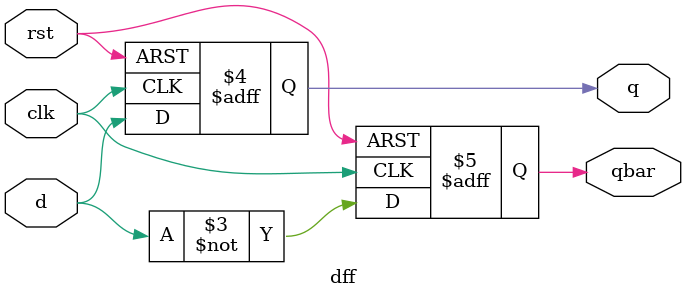
<source format=v>
module dff(d,clk,rst,q,qbar);
input d,clk,rst;
output reg q,qbar;
always @(posedge clk or negedge rst) begin
    if (~rst)begin
            q<=0;
            qbar <= 1;
        end
    else begin
        q <= d;
        qbar <= ~d;
    end
//qbar <= ~q;
end
endmodule
</source>
